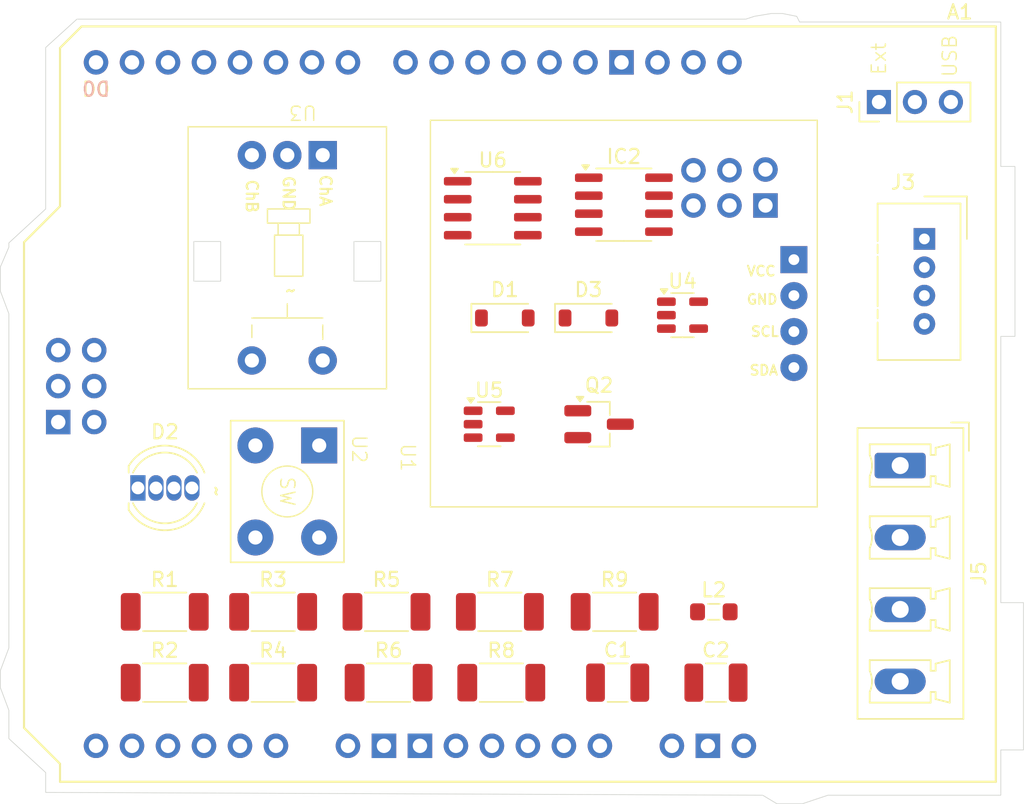
<source format=kicad_pcb>
(kicad_pcb (version 20241229) (generator "pcbnew") (generator_version "9.0")
  (layers (0 "F.Cu" signal) (2 "B.Cu" signal) (13 "F.Paste" user) (15 "B.Paste" user) (5 "F.SilkS" user "F.Silkscreen") (7 "B.SilkS" user "B.Silkscreen") (1 "F.Mask" user) (3 "B.Mask" user) (25 "Edge.Cuts" user))
  (net 0 "")
  (net 1 "A2")
  (net 2 "Net-(U3-Channel_A)")
  (net 4 "GND")
  (net 13 "Net-(J3-Pin_1)")
  (net 15 "Net-(A1-PadD4)")
  (net 16 "Net-(A1-PadD11)")
  (net 17 "Net-(A1-PadD9)")
  (net 22 "Net-(U1-SDA)")
  (net 24 "Net-(A1-PadD10)")
  (net 25 "Net-(J3-Pin_2)")
  (net 30 "Net-(A1-PadD7)")
  (net 33 "Net-(U3-Channel_B)")
  (net 37 "Net-(U1-SCL)")
  (net 44 "A1")
  (net 46 "A0")
  (net 47 "VCC")
  (net 48 "Pin_D13")
  (net 49 "Net-(IC2-OUT_A)")
  (net 50 "Net-(IC2--IN_A)")
  (net 51 "Net-(D3-A)")
  (net 55 "Vboost")
  (net 57 "Net-(U5-FB)")
  (net 58 "/Load+")
  (net 59 "/CustomVoltage")
  (net 60 "/Load-")
  (net 61 "Net-(U6-Output)")
  (net 62 "Net-(D2-RK)")
  (net 63 "Net-(D2-GK)")
  (net 64 "Net-(D2-BK)")
  (net 65 "Net-(U4--)")
  (footprint "Connector_Phoenix_MC_HighVoltage:PhoenixContact_MCV_1,5_4-G-5.08_1x04_P5.08mm_Vertical" (layer "F.Cu") (at 226.5 91.92 -90)
    (property "Reference" "J5" (at 7.62 -5.55 90) (layer "F.SilkS"))
    (property "Value" "Conn_01x04_Socket")
    (fp_line (start -2.65 3.01) (end 17.89 3.01) (stroke (width 0.12)) (layer "F.SilkS"))
    (fp_line (start 17.89 3.01) (end 17.89 -4.46) (stroke (width 0.12)) (layer "F.SilkS"))
    (fp_line (start -1.5 2.15) (end -1.5 -2.15) (stroke (width 0.12)) (layer "F.SilkS"))
    (fp_line (start -0.75 2.15) (end -1.5 2.15) (stroke (width 0.12)) (layer "F.SilkS"))
    (fp_line (start 1.5 2.15) (end 0.75 2.15) (stroke (width 0.12)) (layer "F.SilkS"))
    (fp_line (start 3.58 2.15) (end 3.58 -2.15) (stroke (width 0.12)) (layer "F.SilkS"))
    (fp_line (start 4.33 2.15) (end 3.58 2.15) (stroke (width 0.12)) (layer "F.SilkS"))
    (fp_line (start 6.58 2.15) (end 5.83 2.15) (stroke (width 0.12)) (layer "F.SilkS"))
    (fp_line (start 8.66 2.15) (end 8.66 -2.15) (stroke (width 0.12)) (layer "F.SilkS"))
    (fp_line (start 9.41 2.15) (end 8.66 2.15) (stroke (width 0.12)) (layer "F.SilkS"))
    (fp_line (start 11.66 2.15) (end 10.91 2.15) (stroke (width 0.12)) (layer "F.SilkS"))
    (fp_line (start 13.74 2.15) (end 13.74 -2.15) (stroke (width 0.12)) (layer "F.SilkS"))
    (fp_line (start 14.49 2.15) (end 13.74 2.15) (stroke (width 0.12)) (layer "F.SilkS"))
    (fp_line (start 16.74 2.15) (end 15.99 2.15) (stroke (width 0.12)) (layer "F.SilkS"))
    (fp_line (start -1.5 -2.15) (end -0.75 -2.15) (stroke (width 0.12)) (layer "F.SilkS"))
    (fp_line (start -0.75 -2.15) (end -0.75 -2.5) (stroke (width 0.12)) (layer "F.SilkS"))
    (fp_line (start 0.75 -2.15) (end 1.5 -2.15) (stroke (width 0.12)) (layer "F.SilkS"))
    (fp_line (start 1.5 -2.15) (end 1.5 2.15) (stroke (width 0.12)) (layer "F.SilkS"))
    (fp_line (start 3.58 -2.15) (end 4.33 -2.15) (stroke (width 0.12)) (layer "F.SilkS"))
    (fp_line (start 4.33 -2.15) (end 4.33 -2.5) (stroke (width 0.12)) (layer "F.SilkS"))
    (fp_line (start 5.83 -2.15) (end 6.58 -2.15) (stroke (width 0.12)) (layer "F.SilkS"))
    (fp_line (start 6.58 -2.15) (end 6.58 2.15) (stroke (width 0.12)) (layer "F.SilkS"))
    (fp_line (start 8.66 -2.15) (end 9.41 -2.15) (stroke (width 0.12)) (layer "F.SilkS"))
    (fp_line (start 9.41 -2.15) (end 9.41 -2.5) (stroke (width 0.12)) (layer "F.SilkS"))
    (fp_line (start 10.91 -2.15) (end 11.66 -2.15) (stroke (width 0.12)) (layer "F.SilkS"))
    (fp_line (start 11.66 -2.15) (end 11.66 2.15) (stroke (width 0.12)) (layer "F.SilkS"))
    (fp_line (start 13.74 -2.15) (end 14.49 -2.15) (stroke (width 0.12)) (layer "F.SilkS"))
    (fp_line (start 14.49 -2.15) (end 14.49 -2.5) (stroke (width 0.12)) (layer "F.SilkS"))
    (fp_line (start 15.99 -2.15) (end 16.74 -2.15) (stroke (width 0.12)) (layer "F.SilkS"))
    (fp_line (start 16.74 -2.15) (end 16.74 2.15) (stroke (width 0.12)) (layer "F.SilkS"))
    (fp_line (start -1.25 -2.5) (end -1.5 -3.5) (stroke (width 0.12)) (layer "F.SilkS"))
    (fp_line (start -0.75 -2.5) (end -1.25 -2.5) (stroke (width 0.12)) (layer "F.SilkS"))
    (fp_line (start 0.75 -2.5) (end 0.75 -2.15) (stroke (width 0.12)) (layer "F.SilkS"))
    (fp_line (start 1.25 -2.5) (end 0.75 -2.5) (stroke (width 0.12)) (layer "F.SilkS"))
    (fp_line (start 3.83 -2.5) (end 3.58 -3.5) (stroke (width 0.12)) (layer "F.SilkS"))
    (fp_line (start 4.33 -2.5) (end 3.83 -2.5) (stroke (width 0.12)) (layer "F.SilkS"))
    (fp_line (start 5.83 -2.5) (end 5.83 -2.15) (stroke (width 0.12)) (layer "F.SilkS"))
    (fp_line (start 6.33 -2.5) (end 5.83 -2.5) (stroke (width 0.12)) (layer "F.SilkS"))
    (fp_line (start 8.91 -2.5) (end 8.66 -3.5) (stroke (width 0.12)) (layer "F.SilkS"))
    (fp_line (start 9.41 -2.5) (end 8.91 -2.5) (stroke (width 0.12)) (layer "F.SilkS"))
    (fp_line (start 10.91 -2.5) (end 10.91 -2.15) (stroke (width 0.12)) (layer "F.SilkS"))
    (fp_line (start 11.41 -2.5) (end 10.91 -2.5) (stroke (width 0.12)) (layer "F.SilkS"))
    (fp_line (start 13.99 -2.5) (end 13.74 -3.5) (stroke (width 0.12)) (layer "F.SilkS"))
    (fp_line (start 14.49 -2.5) (end 13.99 -2.5) (stroke (width 0.12)) (layer "F.SilkS"))
    (fp_line (start 15.99 -2.5) (end 15.99 -2.15) (stroke (width 0.12)) (layer "F.SilkS"))
    (fp_line (start 16.49 -2.5) (end 15.99 -2.5) (stroke (width 0.12)) (layer "F.SilkS"))
    (fp_line (start -1.5 -3.5) (end 1.5 -3.5) (stroke (width 0.12)) (layer "F.SilkS"))
    (fp_line (start 1.5 -3.5) (end 1.25 -2.5) (stroke (width 0.12)) (layer "F.SilkS"))
    (fp_line (start 3.58 -3.5) (end 6.58 -3.5) (stroke (width 0.12)) (layer "F.SilkS"))
    (fp_line (start 6.58 -3.5) (end 6.33 -2.5) (stroke (width 0.12)) (layer "F.SilkS"))
    (fp_line (start 8.66 -3.5) (end 11.66 -3.5) (stroke (width 0.12)) (layer "F.SilkS"))
    (fp_line (start 11.66 -3.5) (end 11.41 -2.5) (stroke (width 0.12)) (layer "F.SilkS"))
    (fp_line (start 13.74 -3.5) (end 16.74 -3.5) (stroke (width 0.12)) (layer "F.SilkS"))
    (fp_line (start 16.74 -3.5) (end 16.49 -2.5) (stroke (width 0.12)) (layer "F.SilkS"))
    (fp_line (start -3.04 -3.6) (end -3.04 -4.85) (stroke (width 0.12)) (layer "F.SilkS"))
    (fp_line (start -2.65 -4.46) (end -2.65 3.01) (stroke (width 0.12)) (layer "F.SilkS"))
    (fp_line (start 17.89 -4.46) (end -2.65 -4.46) (stroke (width 0.12)) (layer "F.SilkS"))
    (fp_line (start -3.04 -4.85) (end -1.04 -4.85) (stroke (width 0.12)) (layer "F.SilkS"))
    (fp_arc (start -0.75 2.15) (mid -0.000193 1.99191) (end 0.749647 2.149844) (stroke (width 0.12)) (layer "F.SilkS"))
    (fp_arc (start 4.33 2.15) (mid 5.079807 1.99191) (end 5.829647 2.149844) (stroke (width 0.12)) (layer "F.SilkS"))
    (fp_arc (start 9.41 2.15) (mid 10.159807 1.99191) (end 10.909647 2.149844) (stroke (width 0.12)) (layer "F.SilkS"))
    (fp_arc (start 14.49 2.15) (mid 15.239807 1.99191) (end 15.989647 2.149844) (stroke (width 0.12)) (layer "F.SilkS"))
    (pad "1" thru_hole roundrect (at 0 0 270) (size 1.8 3.6) (drill 1.2) (layers "*.Cu" "*.Mask") (roundrect_rratio 0.138889) (net 59 "/CustomVoltage"))
    (pad "2" thru_hole oval (at 5.08 0 270) (size 1.8 3.6) (drill 1.2) (layers "*.Cu" "*.Mask") (net 4 "GND"))
    (pad "3" thru_hole oval (at 10.16 0 270) (size 1.8 3.6) (drill 1.2) (layers "*.Cu" "*.Mask") (net 58 "/Load+"))
    (pad "4" thru_hole oval (at 15.24 0 270) (size 1.8 3.6) (drill 1.2) (layers "*.Cu" "*.Mask") (net 60 "/Load-"))
  )
  (footprint "Resistor_SMD:R_2010_5025Metric_Pad1.40x2.65mm_HandSolder" (layer "F.Cu") (at 198.35 107.25)
    (property "Reference" "R8" (at 0 -2.28 0) (layer "F.SilkS"))
    (property "Value" "90")
    (fp_line (start -1.527064 -1.36) (end 1.527064 -1.36) (stroke (width 0.12)) (layer "F.SilkS"))
    (fp_line (start -1.527064 1.36) (end 1.527064 1.36) (stroke (width 0.12)) (layer "F.SilkS"))
    (pad "1" smd roundrect (at -2.4 0) (size 1.4 2.65) (layers "F.Cu" "F.Mask" "F.Paste") (roundrect_rratio 0.178571) (net 24 "Net-(A1-PadD10)"))
    (pad "2" smd roundrect (at 2.4 0) (size 1.4 2.65) (layers "F.Cu" "F.Mask" "F.Paste") (roundrect_rratio 0.178571) (net 63 "Net-(D2-GK)"))
  )
  (footprint "Custom_footprints:MDOB128064V2V-WI" (layer "F.Cu") (at 207 81.19 -90)
    (property "Reference" "U1" (at 10.16 15.24 270) (layer "F.SilkS") (effects (font (thickness 0.1))))
    (property "Value" "MDOB")
    (fp_line (start -13.65 13.65) (end -13.65 -13.65) (stroke (width 0.1)) (layer "F.SilkS"))
    (fp_line (start 13.65 13.65) (end -13.65 13.65) (stroke (width 0.1)) (layer "F.SilkS"))
    (fp_line (start -13.65 -13.65) (end 13.65 -13.65) (stroke (width 0.1)) (layer "F.SilkS"))
    (fp_line (start 13.65 -13.65) (end 13.65 13.65) (stroke (width 0.1)) (layer "F.SilkS"))
    (fp_text user "SCL" (at 1.27 -8.89 0) (layer "F.SilkS") (effects (font (size 0.7 0.7) (thickness 0.14) (bold yes)) (justify left)))
    (fp_text user "VCC" (at -3 -8.6 0) (layer "F.SilkS") (effects (font (size 0.7 0.7) (thickness 0.14) (bold yes)) (justify left)))
    (fp_text user "SDA" (at 4 -8.8 0) (layer "F.SilkS") (effects (font (size 0.7 0.7) (thickness 0.14) (bold yes)) (justify left)))
    (fp_text user "GND" (at -1 -8.6 0) (layer "F.SilkS") (effects (font (size 0.7 0.7) (thickness 0.14) (bold yes)) (justify left)))
    (pad "1" thru_hole rect (at -3.81 -12 270) (size 1.905 1.905) (drill 0.762) (layers "*.Cu" "*.Mask") (net 47 "VCC"))
    (pad "2" thru_hole circle (at -1.27 -12 270) (size 1.905 1.905) (drill 0.762) (layers "*.Cu" "*.Mask") (net 4 "GND"))
    (pad "3" thru_hole circle (at 1.27 -12 270) (size 1.905 1.905) (drill 0.762) (layers "*.Cu" "*.Mask") (net 37 "Net-(U1-SCL)"))
    (pad "4" thru_hole circle (at 3.81 -12 270) (size 1.905 1.905) (drill 0.762) (layers "*.Cu" "*.Mask") (net 22 "Net-(U1-SDA)"))
  )
  (footprint "Resistor_SMD:R_2010_5025Metric_Pad1.40x2.65mm_HandSolder" (layer "F.Cu") (at 174.6 102.25)
    (property "Reference" "R1" (at 0 -2.28 0) (layer "F.SilkS"))
    (property "Value" "11k")
    (fp_line (start -1.527064 -1.36) (end 1.527064 -1.36) (stroke (width 0.12)) (layer "F.SilkS"))
    (fp_line (start -1.527064 1.36) (end 1.527064 1.36) (stroke (width 0.12)) (layer "F.SilkS"))
    (pad "1" smd roundrect (at -2.4 0) (size 1.4 2.65) (layers "F.Cu" "F.Mask" "F.Paste") (roundrect_rratio 0.178571) (net 61 "Net-(U6-Output)"))
    (pad "2" smd roundrect (at 2.4 0) (size 1.4 2.65) (layers "F.Cu" "F.Mask" "F.Paste") (roundrect_rratio 0.178571) (net 1 "A2"))
  )
  (footprint "Package_TO_SOT_SMD:SOT-23_Handsoldering" (layer "F.Cu") (at 205.25 89)
    (property "Reference" "Q2" (at 0 -2.75 0) (layer "F.SilkS"))
    (property "Value" "BS170")
    (fp_line (start -0.04 -1.58) (end -0.84 -1.58) (stroke (width 0.12)) (layer "F.SilkS"))
    (fp_line (start -0.04 -1.58) (end 0.76 -1.58) (stroke (width 0.12)) (layer "F.SilkS"))
    (fp_line (start 0.76 -1.58) (end 0.76 -0.65) (stroke (width 0.12)) (layer "F.SilkS"))
    (fp_line (start 0.76 1.58) (end -0.7 1.58) (stroke (width 0.12)) (layer "F.SilkS"))
    (fp_line (start 0.76 1.58) (end 0.76 0.65) (stroke (width 0.12)) (layer "F.SilkS"))
    (fp_poly (pts (xy -1.34 -1.61) (xy -1.58 -1.94) (xy -1.1 -1.94) (xy -1.34 -1.61)) (stroke (width 0.12)) (fill yes) (layer "F.SilkS"))
    (pad "1" smd roundrect (at -1.5 -0.95) (size 1.9 0.8) (layers "F.Cu" "F.Mask" "F.Paste") (net 60 "/Load-"))
    (pad "2" smd roundrect (at -1.5 0.95) (size 1.9 0.8) (layers "F.Cu" "F.Mask" "F.Paste") (net 49 "Net-(IC2-OUT_A)"))
    (pad "3" smd roundrect (at 1.5 0) (size 1.9 0.8) (layers "F.Cu" "F.Mask" "F.Paste") (net 44 "A1"))
  )
  (footprint "Package_SO:SOIC-8_3.9x4.9mm_P1.27mm" (layer "F.Cu") (at 207 73.5)
    (property "Reference" "IC2" (at 0 -3.4 0) (layer "F.SilkS"))
    (property "Value" "AD8531ARZ-REEL")
    (fp_line (start 0 -2.56) (end -1.95 -2.56) (stroke (width 0.12)) (layer "F.SilkS"))
    (fp_line (start 0 -2.56) (end 1.95 -2.56) (stroke (width 0.12)) (layer "F.SilkS"))
    (fp_line (start 0 2.56) (end -1.95 2.56) (stroke (width 0.12)) (layer "F.SilkS"))
    (fp_line (start 0 2.56) (end 1.95 2.56) (stroke (width 0.12)) (layer "F.SilkS"))
    (fp_poly (pts (xy -2.7 -2.465) (xy -2.94 -2.795) (xy -2.46 -2.795)) (stroke (width 0.12)) (fill yes) (layer "F.SilkS"))
    (pad "1" smd roundrect (at -2.475 -1.905) (size 1.95 0.6) (layers "F.Cu" "F.Mask" "F.Paste"))
    (pad "2" smd roundrect (at -2.475 -0.635) (size 1.95 0.6) (layers "F.Cu" "F.Mask" "F.Paste") (net 50 "Net-(IC2--IN_A)"))
    (pad "3" smd roundrect (at -2.475 0.635) (size 1.95 0.6) (layers "F.Cu" "F.Mask" "F.Paste") (net 46 "A0"))
    (pad "4" smd roundrect (at -2.475 1.905) (size 1.95 0.6) (layers "F.Cu" "F.Mask" "F.Paste") (net 4 "GND"))
    (pad "5" smd roundrect (at 2.475 1.905) (size 1.95 0.6) (layers "F.Cu" "F.Mask" "F.Paste"))
    (pad "6" smd roundrect (at 2.475 0.635) (size 1.95 0.6) (layers "F.Cu" "F.Mask" "F.Paste") (net 49 "Net-(IC2-OUT_A)"))
    (pad "7" smd roundrect (at 2.475 -0.635) (size 1.95 0.6) (layers "F.Cu" "F.Mask" "F.Paste") (net 47 "VCC"))
    (pad "8" smd roundrect (at 2.475 -1.905) (size 1.95 0.6) (layers "F.Cu" "F.Mask" "F.Paste"))
  )
  (footprint "Package_SO:SOIC-8_3.9x4.9mm_P1.27mm" (layer "F.Cu") (at 197.75 73.75)
    (property "Reference" "U6" (at 0 -3.4 0) (layer "F.SilkS"))
    (property "Value" "INA132")
    (fp_line (start 0 -2.56) (end -1.95 -2.56) (stroke (width 0.12)) (layer "F.SilkS"))
    (fp_line (start 0 -2.56) (end 1.95 -2.56) (stroke (width 0.12)) (layer "F.SilkS"))
    (fp_line (start 0 2.56) (end -1.95 2.56) (stroke (width 0.12)) (layer "F.SilkS"))
    (fp_line (start 0 2.56) (end 1.95 2.56) (stroke (width 0.12)) (layer "F.SilkS"))
    (fp_poly (pts (xy -2.7 -2.465) (xy -2.94 -2.795) (xy -2.46 -2.795)) (stroke (width 0.12)) (fill yes) (layer "F.SilkS"))
    (pad "1" smd roundrect (at -2.475 -1.905) (size 1.95 0.6) (layers "F.Cu" "F.Mask" "F.Paste") (net 4 "GND"))
    (pad "2" smd roundrect (at -2.475 -0.635) (size 1.95 0.6) (layers "F.Cu" "F.Mask" "F.Paste") (net 65 "Net-(U4--)"))
    (pad "3" smd roundrect (at -2.475 0.635) (size 1.95 0.6) (layers "F.Cu" "F.Mask" "F.Paste") (net 58 "/Load+"))
    (pad "4" smd roundrect (at -2.475 1.905) (size 1.95 0.6) (layers "F.Cu" "F.Mask" "F.Paste") (net 4 "GND"))
    (pad "5" smd roundrect (at 2.475 1.905) (size 1.95 0.6) (layers "F.Cu" "F.Mask" "F.Paste") (net 61 "Net-(U6-Output)"))
    (pad "6" smd roundrect (at 2.475 0.635) (size 1.95 0.6) (layers "F.Cu" "F.Mask" "F.Paste") (net 61 "Net-(U6-Output)"))
    (pad "7" smd roundrect (at 2.475 -0.635) (size 1.95 0.6) (layers "F.Cu" "F.Mask" "F.Paste") (net 55 "Vboost"))
    (pad "8" smd roundrect (at 2.475 -1.905) (size 1.95 0.6) (layers "F.Cu" "F.Mask" "F.Paste"))
  )
  (footprint "Custom_footprints:MC32831" (layer "F.Cu") (at 183.25 93.75 -90)
    (property "Reference" "U2" (at -3 -5.08 270) (layer "F.SilkS") (effects (font (thickness 0.1))))
    (property "Value" "~" (at 0 5 270) (layer "F.SilkS"))
    (fp_line (start -5 4) (end -5 -4) (stroke (width 0.1)) (layer "F.SilkS"))
    (fp_line (start 5 4) (end -5 4) (stroke (width 0.1)) (layer "F.SilkS"))
    (fp_line (start -5 -4) (end 5 -4) (stroke (width 0.1)) (layer "F.SilkS"))
    (fp_line (start 5 -4) (end 5 4) (stroke (width 0.1)) (layer "F.SilkS"))
    (fp_rect (start -5 -4) (end 5 4) (stroke (width 0.1)) (fill no) (layer "F.SilkS"))
    (fp_circle (center 0 0) (end 1.27 -1.27) (stroke (width 0.1)) (fill no) (layer "F.SilkS"))
    (fp_text user "SW" (at 0 0 270) (layer "F.SilkS") (effects (font (thickness 0.1))))
    (pad "1" thru_hole rect (at -3.25 -2.25 270) (size 2.54 2.54) (drill 1) (layers "*.Cu" "*.Mask") (net 30 "Net-(A1-PadD7)"))
    (pad "2" thru_hole circle (at -3.25 2.25 270) (size 2.54 2.54) (drill 1) (layers "*.Cu" "*.Mask"))
    (pad "3" thru_hole circle (at 3.25 -2.25 270) (size 2.54 2.54) (drill 1) (layers "*.Cu" "*.Mask"))
    (pad "4" thru_hole circle (at 3.25 2.25 270) (size 2.54 2.54) (drill 1) (layers "*.Cu" "*.Mask") (net 4 "GND"))
  )
  (footprint "Resistor_SMD:R_2010_5025Metric_Pad1.40x2.65mm_HandSolder" (layer "F.Cu") (at 174.6 107.25)
    (property "Reference" "R2" (at 0 -2.28 0) (layer "F.SilkS"))
    (property "Value" "1k")
    (fp_line (start -1.527064 -1.36) (end 1.527064 -1.36) (stroke (width 0.12)) (layer "F.SilkS"))
    (fp_line (start -1.527064 1.36) (end 1.527064 1.36) (stroke (width 0.12)) (layer "F.SilkS"))
    (pad "1" smd roundrect (at -2.4 0) (size 1.4 2.65) (layers "F.Cu" "F.Mask" "F.Paste") (roundrect_rratio 0.178571) (net 1 "A2"))
    (pad "2" smd roundrect (at 2.4 0) (size 1.4 2.65) (layers "F.Cu" "F.Mask" "F.Paste") (roundrect_rratio 0.178571) (net 4 "GND"))
  )
  (footprint "Resistor_SMD:R_2010_5025Metric_Pad1.40x2.65mm_HandSolder" (layer "F.Cu") (at 182.25 107.25)
    (property "Reference" "R4" (at 0 -2.28 0) (layer "F.SilkS"))
    (property "Value" "56R")
    (fp_line (start -1.527064 -1.36) (end 1.527064 -1.36) (stroke (width 0.12)) (layer "F.SilkS"))
    (fp_line (start -1.527064 1.36) (end 1.527064 1.36) (stroke (width 0.12)) (layer "F.SilkS"))
    (pad "1" smd roundrect (at -2.4 0) (size 1.4 2.65) (layers "F.Cu" "F.Mask" "F.Paste") (roundrect_rratio 0.178571) (net 44 "A1"))
    (pad "2" smd roundrect (at 2.4 0) (size 1.4 2.65) (layers "F.Cu" "F.Mask" "F.Paste") (roundrect_rratio 0.178571) (net 4 "GND"))
  )
  (footprint "Custom_footprints:PEC11R-4215K-S0012" (layer "F.Cu") (at 183.25 77.5 180)
    (property "Reference" "U3" (at -1.1 10.5 180) (layer "F.SilkS") (effects (font (thickness 0.1))))
    (property "Value" "~" (at -0.2 -2.1 180) (layer "F.SilkS"))
    (fp_line (start 7 9.5) (end -7 9.5) (stroke (width 0.1)) (layer "F.SilkS"))
    (fp_line (start 7 -9) (end 7 9.5) (stroke (width 0.1)) (layer "F.SilkS"))
    (fp_line (start 2.5 -5) (end 2.5 -4.5) (stroke (width 0.1)) (layer "F.SilkS"))
    (fp_line (start 2.5 -5.375) (end 2.5 -5) (stroke (width 0.1)) (layer "F.SilkS"))
    (fp_line (start 0 -4) (end 0 -3) (stroke (width 0.1)) (layer "F.SilkS"))
    (fp_line (start -2.5 -4) (end 2.5 -4) (stroke (width 0.1)) (layer "F.SilkS"))
    (fp_line (start -2.5 -5) (end -2.5 -4.5) (stroke (width 0.1)) (layer "F.SilkS"))
    (fp_line (start -2.5 -5) (end -2.5 -5.5) (stroke (width 0.1)) (layer "F.SilkS"))
    (fp_line (start -2.5 -5.5) (end -2.5 -5.25) (stroke (width 0.1)) (layer "F.SilkS"))
    (fp_line (start -7 9.5) (end -7 -9) (stroke (width 0.1)) (layer "F.SilkS"))
    (fp_line (start -7 -9) (end 7 -9) (stroke (width 0.1)) (layer "F.SilkS"))
    (fp_rect (start -0.85 1.85) (end 0.65 2.7) (stroke (width 0.1)) (fill no) (layer "F.SilkS"))
    (fp_rect (start -1.1 -1.05) (end 0.9 1.85) (stroke (width 0.1)) (fill no) (layer "F.SilkS"))
    (fp_rect (start -1.6 2.7) (end 1.4 3.7) (stroke (width 0.1)) (fill no) (layer "F.SilkS"))
    (fp_rect (start 4.7 -1.4) (end 6.6 1.4) (stroke (width 0.05)) (fill no) (layer "Edge.Cuts"))
    (fp_rect (start -6.6 -1.4) (end -4.7 1.4) (stroke (width 0.05)) (fill no) (layer "Edge.Cuts"))
    (fp_text user "ChA" (at -2.7 5 270) (layer "F.SilkS") (effects (font (size 0.8 0.8))))
    (fp_text user "ChB" (at 2.5 4.6 270) (layer "F.SilkS") (effects (font (size 0.8 0.8))))
    (fp_text user "GND" (at -0.1 4.8 270) (layer "F.SilkS") (effects (font (size 0.8 0.8))))
    (pad "1" thru_hole rect (at -2.5 7.5 180) (size 2 2) (drill 1) (layers "*.Cu" "*.Mask") (net 2 "Net-(U3-Channel_A)"))
    (pad "2" thru_hole circle (at 0 7.5 180) (size 2 2) (drill 1) (layers "*.Cu" "*.Mask") (net 4 "GND"))
    (pad "3" thru_hole circle (at 2.5 7.5 180) (size 2 2) (drill 1) (layers "*.Cu" "*.Mask") (net 33 "Net-(U3-Channel_B)"))
    (pad "4" thru_hole circle (at -2.5 -7 180) (size 2 2) (drill 1) (layers "*.Cu" "*.Mask") (net 4 "GND"))
    (pad "5" thru_hole circle (at 2.5 -7 180) (size 2 2) (drill 1) (layers "*.Cu" "*.Mask") (net 15 "Net-(A1-PadD4)"))
  )
  (footprint "Resistor_SMD:R_2010_5025Metric_Pad1.40x2.65mm_HandSolder" (layer "F.Cu") (at 182.25 102.25)
    (property "Reference" "R3" (at 0 -2.28 0) (layer "F.SilkS"))
    (property "Value" "1k")
    (fp_line (start -1.527064 -1.36) (end 1.527064 -1.36) (stroke (width 0.12)) (layer "F.SilkS"))
    (fp_line (start -1.527064 1.36) (end 1.527064 1.36) (stroke (width 0.12)) (layer "F.SilkS"))
    (pad "1" smd roundrect (at -2.4 0) (size 1.4 2.65) (layers "F.Cu" "F.Mask" "F.Paste") (roundrect_rratio 0.178571) (net 50 "Net-(IC2--IN_A)"))
    (pad "2" smd roundrect (at 2.4 0) (size 1.4 2.65) (layers "F.Cu" "F.Mask" "F.Paste") (roundrect_rratio 0.178571) (net 44 "A1"))
  )
  (footprint "Resistor_SMD:R_2010_5025Metric_Pad1.40x2.65mm_HandSolder" (layer "F.Cu") (at 190.4 107.25)
    (property "Reference" "R6" (at 0 -2.28 0) (layer "F.SilkS"))
    (property "Value" "5.1kR")
    (fp_line (start -1.527064 -1.36) (end 1.527064 -1.36) (stroke (width 0.12)) (layer "F.SilkS"))
    (fp_line (start -1.527064 1.36) (end 1.527064 1.36) (stroke (width 0.12)) (layer "F.SilkS"))
    (pad "1" smd roundrect (at -2.4 0) (size 1.4 2.65) (layers "F.Cu" "F.Mask" "F.Paste") (roundrect_rratio 0.178571) (net 57 "Net-(U5-FB)"))
    (pad "2" smd roundrect (at 2.4 0) (size 1.4 2.65) (layers "F.Cu" "F.Mask" "F.Paste") (roundrect_rratio 0.178571) (net 4 "GND"))
  )
  (footprint "Package_TO_SOT_SMD:TSOT-23-5" (layer "F.Cu") (at 211.1375 81.3)
    (property "Reference" "U4" (at 0 -2.4 0) (layer "F.SilkS"))
    (property "Value" "AD8603")
    (fp_line (start 0 -1.56) (end -0.8 -1.56) (stroke (width 0.12)) (layer "F.SilkS"))
    (fp_line (start 0 -1.56) (end 0.8 -1.56) (stroke (width 0.12)) (layer "F.SilkS"))
    (fp_line (start 0 1.56) (end -0.8 1.56) (stroke (width 0.12)) (layer "F.SilkS"))
    (fp_line (start 0 1.56) (end 0.8 1.56) (stroke (width 0.12)) (layer "F.SilkS"))
    (fp_poly (pts (xy -1.3 -1.51) (xy -1.54 -1.84) (xy -1.06 -1.84)) (stroke (width 0.12)) (fill yes) (layer "F.SilkS"))
    (pad "1" smd roundrect (at -1.1375 -0.95) (size 1.325 0.6) (layers "F.Cu" "F.Mask" "F.Paste") (net 65 "Net-(U4--)"))
    (pad "2" smd roundrect (at -1.1375 0) (size 1.325 0.6) (layers "F.Cu" "F.Mask" "F.Paste") (net 4 "GND"))
    (pad "3" smd roundrect (at -1.1375 0.95) (size 1.325 0.6) (layers "F.Cu" "F.Mask" "F.Paste") (net 60 "/Load-"))
    (pad "4" smd roundrect (at 1.1375 0.95) (size 1.325 0.6) (layers "F.Cu" "F.Mask" "F.Paste") (net 65 "Net-(U4--)"))
    (pad "5" smd roundrect (at 1.1375 -0.95) (size 1.325 0.6) (layers "F.Cu" "F.Mask" "F.Paste") (net 55 "Vboost"))
  )
  (footprint "Connector:NS-Tech_Grove_1x04_P2mm_Vertical" (layer "F.Cu") (at 228.2075 75.9175)
    (property "Reference" "J3" (at -1.5 -4 0) (layer "F.SilkS"))
    (property "Value" "Conn_01x04_Socket")
    (fp_line (start -3.3 -2.5) (end -3.3 0.15) (stroke (width 0.12)) (layer "F.SilkS"))
    (fp_line (start -3.3 -2.5) (end 2.55 -2.5) (stroke (width 0.12)) (layer "F.SilkS"))
    (fp_line (start -3.3 0.4) (end -3.3 1) (stroke (width 0.12)) (layer "F.SilkS"))
    (fp_line (start -3.3 1.25) (end -3.3 4.75) (stroke (width 0.12)) (layer "F.SilkS"))
    (fp_line (start -3.3 5) (end -3.3 5.6) (stroke (width 0.12)) (layer "F.SilkS"))
    (fp_line (start -3.3 5.9) (end -3.3 8.55) (stroke (width 0.12)) (layer "F.SilkS"))
    (fp_line (start -3.3 8.55) (end 2.55 8.55) (stroke (width 0.12)) (layer "F.SilkS"))
    (fp_line (start 0 -3) (end 3 -3) (stroke (width 0.12)) (layer "F.SilkS"))
    (fp_line (start 2.55 -2.5) (end 2.55 8.55) (stroke (width 0.12)) (layer "F.SilkS"))
    (fp_line (start 3 -3) (end 3 0) (stroke (width 0.12)) (layer "F.SilkS"))
    (pad "1" thru_hole rect (at 0 0) (size 1.524 1.524) (drill 0.762) (layers "*.Cu" "*.Mask") (net 13 "Net-(J3-Pin_1)"))
    (pad "2" thru_hole circle (at 0 2) (size 1.524 1.524) (drill 0.762) (layers "*.Cu" "*.Mask") (net 25 "Net-(J3-Pin_2)"))
    (pad "3" thru_hole circle (at 0 4) (size 1.524 1.524) (drill 0.762) (layers "*.Cu" "*.Mask") (net 4 "GND"))
    (pad "4" thru_hole circle (at 0 6) (size 1.524 1.524) (drill 0.762) (layers "*.Cu" "*.Mask") (net 47 "VCC"))
  )
  (footprint "Connector_PinHeader_2.54mm:PinHeader_1x03_P2.54mm_Vertical" (layer "F.Cu") (at 225 66.25 90)
    (property "Reference" "J1" (at 0 -2.38 90) (layer "F.SilkS"))
    (property "Value" "Choose Input Power" (hide yes))
    (fp_line (start -1.38 -1.38) (end 0 -1.38) (stroke (width 0.12)) (layer "F.SilkS"))
    (fp_line (start -1.38 0) (end -1.38 -1.38) (stroke (width 0.12)) (layer "F.SilkS"))
    (fp_line (start 1.38 1.27) (end 1.38 6.46) (stroke (width 0.12)) (layer "F.SilkS"))
    (fp_line (start -1.38 1.27) (end 1.38 1.27) (stroke (width 0.12)) (layer "F.SilkS"))
    (fp_line (start -1.38 1.27) (end -1.38 6.46) (stroke (width 0.12)) (layer "F.SilkS"))
    (fp_line (start -1.38 6.46) (end 1.38 6.46) (stroke (width 0.12)) (layer "F.SilkS"))
    (pad "1" thru_hole rect (at 0 0 90) (size 1.7 1.7) (drill 1) (layers "*.Cu" "*.Mask") (net 59 "/CustomVoltage"))
    (pad "2" thru_hole circle (at 0 2.54 90) (size 1.7 1.7) (drill 1) (layers "*.Cu" "*.Mask") (net 58 "/Load+"))
    (pad "3" thru_hole circle (at 0 5.08 90) (size 1.7 1.7) (drill 1) (layers "*.Cu" "*.Mask") (net 55 "Vboost"))
  )
  (footprint "Diode_SMD:D_SOD-123" (layer "F.Cu") (at 198.6 81.5)
    (property "Reference" "D1" (at 0 -2 0) (layer "F.SilkS"))
    (property "Value" "MMSZ5231B-7-F")
    (fp_line (start -2.36 -1) (end -2.36 1) (stroke (width 0.12)) (layer "F.SilkS"))
    (fp_line (start -2.36 -1) (end 1.65 -1) (stroke (width 0.12)) (layer "F.SilkS"))
    (fp_line (start -2.36 1) (end 1.65 1) (stroke (width 0.12)) (layer "F.SilkS"))
    (pad "1" smd roundrect (at -1.65 0) (size 0.9 1.2) (layers "F.Cu" "F.Mask" "F.Paste") (net 1 "A2"))
    (pad "2" smd roundrect (at 1.65 0) (size 0.9 1.2) (layers "F.Cu" "F.Mask" "F.Paste") (net 4 "GND"))
  )
  (footprint "Inductor_SMD:L_0805_2012Metric_Pad1.05x1.20mm_HandSolder" (layer "F.Cu") (at 213.35 102.25)
    (property "Reference" "L2" (at 0 -1.55 0) (layer "F.SilkS"))
    (property "Value" "10uH")
    (fp_line (start -0.410242 -0.56) (end 0.410242 -0.56) (stroke (width 0.12)) (layer "F.SilkS"))
    (fp_line (start -0.410242 0.56) (end 0.410242 0.56) (stroke (width 0.12)) (layer "F.SilkS"))
    (pad "1" smd roundrect (at -1.15 0) (size 1.05 1.2) (layers "F.Cu" "F.Mask" "F.Paste") (roundrect_rratio 0.238095) (net 47 "VCC"))
    (pad "2" smd roundrect (at 1.15 0) (size 1.05 1.2) (layers "F.Cu" "F.Mask" "F.Paste") (roundrect_rratio 0.238095) (net 51 "Net-(D3-A)"))
  )
  (footprint "Resistor_SMD:R_2010_5025Metric_Pad1.40x2.65mm_HandSolder" (layer "F.Cu") (at 190.25 102.25)
    (property "Reference" "R5" (at 0 -2.28 0) (layer "F.SilkS"))
    (property "Value" "92.82kR")
    (fp_line (start -1.527064 -1.36) (end 1.527064 -1.36) (stroke (width 0.12)) (layer "F.SilkS"))
    (fp_line (start -1.527064 1.36) (end 1.527064 1.36) (stroke (width 0.12)) (layer "F.SilkS"))
    (pad "1" smd roundrect (at -2.4 0) (size 1.4 2.65) (layers "F.Cu" "F.Mask" "F.Paste") (roundrect_rratio 0.178571) (net 55 "Vboost"))
    (pad "2" smd roundrect (at 2.4 0) (size 1.4 2.65) (layers "F.Cu" "F.Mask" "F.Paste") (roundrect_rratio 0.178571) (net 57 "Net-(U5-FB)"))
  )
  (footprint "Capacitor_SMD:C_1210_3225Metric_Pad1.33x2.70mm_HandSolder" (layer "F.Cu") (at 213.5 107.25)
    (property "Reference" "C2" (at 0 -2.3 0) (layer "F.SilkS"))
    (property "Value" "100n")
    (fp_line (start -0.711252 -1.36) (end 0.711252 -1.36) (stroke (width 0.12)) (layer "F.SilkS"))
    (fp_line (start -0.711252 1.36) (end 0.711252 1.36) (stroke (width 0.12)) (layer "F.SilkS"))
    (pad "1" smd roundrect (at -1.5625 0) (size 1.325 2.7) (layers "F.Cu" "F.Mask" "F.Paste") (roundrect_rratio 0.188679) (net 50 "Net-(IC2--IN_A)"))
    (pad "2" smd roundrect (at 1.5625 0) (size 1.325 2.7) (layers "F.Cu" "F.Mask" "F.Paste") (roundrect_rratio 0.188679) (net 49 "Net-(IC2-OUT_A)"))
  )
  (footprint "Package_TO_SOT_SMD:SOT-23-5" (layer "F.Cu") (at 197.5 89)
    (property "Reference" "U5" (at 0 -2.4 0) (layer "F.SilkS"))
    (property "Value" "AP3012")
    (fp_line (start 0 -1.56) (end -0.8 -1.56) (stroke (width 0.12)) (layer "F.SilkS"))
    (fp_line (start 0 -1.56) (end 0.8 -1.56) (stroke (width 0.12)) (layer "F.SilkS"))
    (fp_line (start 0 1.56) (end -0.8 1.56) (stroke (width 0.12)) (layer "F.SilkS"))
    (fp_line (start 0 1.56) (end 0.8 1.56) (stroke (width 0.12)) (layer "F.SilkS"))
    (fp_poly (pts (xy -1.3 -1.51) (xy -1.54 -1.84) (xy -1.06 -1.84)) (stroke (width 0.12)) (fill yes) (layer "F.SilkS"))
    (pad "1" smd roundrect (at -1.1375 -0.95) (size 1.325 0.6) (layers "F.Cu" "F.Mask" "F.Paste") (net 51 "Net-(D3-A)"))
    (pad "2" smd roundrect (at -1.1375 0) (size 1.325 0.6) (layers "F.Cu" "F.Mask" "F.Paste") (net 4 "GND"))
    (pad "3" smd roundrect (at -1.1375 0.95) (size 1.325 0.6) (layers "F.Cu" "F.Mask" "F.Paste") (net 57 "Net-(U5-FB)"))
    (pad "4" smd roundrect (at 1.1375 0.95) (size 1.325 0.6) (layers "F.Cu" "F.Mask" "F.Paste") (net 48 "Pin_D13"))
    (pad "5" smd roundrect (at 1.1375 -0.95) (size 1.325 0.6) (layers "F.Cu" "F.Mask" "F.Paste") (net 47 "VCC"))
  )
  (footprint "Resistor_SMD:R_2010_5025Metric_Pad1.40x2.65mm_HandSolder" (layer "F.Cu") (at 198.25 102.25)
    (property "Reference" "R7" (at 0 -2.28 0) (layer "F.SilkS"))
    (property "Value" "150")
    (fp_line (start -1.527064 -1.36) (end 1.527064 -1.36) (stroke (width 0.12)) (layer "F.SilkS"))
    (fp_line (start -1.527064 1.36) (end 1.527064 1.36) (stroke (width 0.12)) (layer "F.SilkS"))
    (pad "1" smd roundrect (at -2.4 0) (size 1.4 2.65) (layers "F.Cu" "F.Mask" "F.Paste") (roundrect_rratio 0.178571) (net 17 "Net-(A1-PadD9)"))
    (pad "2" smd roundrect (at 2.4 0) (size 1.4 2.65) (layers "F.Cu" "F.Mask" "F.Paste") (roundrect_rratio 0.178571) (net 62 "Net-(D2-RK)"))
  )
  (footprint "Capacitor_SMD:C_1210_3225Metric_Pad1.33x2.70mm_HandSolder" (layer "F.Cu") (at 206.5625 107.25)
    (property "Reference" "C1" (at 0 -2.3 0) (layer "F.SilkS"))
    (property "Value" "1uF")
    (fp_line (start -0.711252 -1.36) (end 0.711252 -1.36) (stroke (width 0.12)) (layer "F.SilkS"))
    (fp_line (start -0.711252 1.36) (end 0.711252 1.36) (stroke (width 0.12)) (layer "F.SilkS"))
    (pad "1" smd roundrect (at -1.5625 0) (size 1.325 2.7) (layers "F.Cu" "F.Mask" "F.Paste") (roundrect_rratio 0.188679) (net 55 "Vboost"))
    (pad "2" smd roundrect (at 1.5625 0) (size 1.325 2.7) (layers "F.Cu" "F.Mask" "F.Paste") (roundrect_rratio 0.188679) (net 4 "GND"))
  )
  (footprint "Diode_SMD:D_SOD-123" (layer "F.Cu") (at 204.5 81.5)
    (property "Reference" "D3" (at 0 -2 0) (layer "F.SilkS"))
    (property "Value" "1N5819")
    (fp_line (start -2.36 -1) (end -2.36 1) (stroke (width 0.12)) (layer "F.SilkS"))
    (fp_line (start -2.36 -1) (end 1.65 -1) (stroke (width 0.12)) (layer "F.SilkS"))
    (fp_line (start -2.36 1) (end 1.65 1) (stroke (width 0.12)) (layer "F.SilkS"))
    (pad "1" smd roundrect (at -1.65 0) (size 0.9 1.2) (layers "F.Cu" "F.Mask" "F.Paste") (net 55 "Vboost"))
    (pad "2" smd roundrect (at 1.65 0) (size 0.9 1.2) (layers "F.Cu" "F.Mask" "F.Paste") (net 51 "Net-(D3-A)"))
  )
  (footprint "Resistor_SMD:R_2010_5025Metric_Pad1.40x2.65mm_HandSolder" (layer "F.Cu") (at 206.35 102.25)
    (property "Reference" "R9" (at 0 -2.28 0) (layer "F.SilkS"))
    (property "Value" "90")
    (fp_line (start -1.527064 -1.36) (end 1.527064 -1.36) (stroke (width 0.12)) (layer "F.SilkS"))
    (fp_line (start -1.527064 1.36) (end 1.527064 1.36) (stroke (width 0.12)) (layer "F.SilkS"))
    (pad "1" smd roundrect (at -2.4 0) (size 1.4 2.65) (layers "F.Cu" "F.Mask" "F.Paste") (roundrect_rratio 0.178571) (net 16 "Net-(A1-PadD11)"))
    (pad "2" smd roundrect (at 2.4 0) (size 1.4 2.65) (layers "F.Cu" "F.Mask" "F.Paste") (roundrect_rratio 0.178571) (net 64 "Net-(D2-BK)"))
  )
  (footprint "LED_THT:LED_D5.0mm-4_RGB" (layer "F.Cu") (at 172.71 93.5)
    (property "Reference" "D2" (at 1.905 -3.96 0) (layer "F.SilkS"))
    (property "Value" "LED_GBAR")
    (fp_line (start -0.655 -1.545) (end -0.655 -1.08) (stroke (width 0.12)) (layer "F.SilkS"))
    (fp_line (start -0.655 1.08) (end -0.655 1.545) (stroke (width 0.12)) (layer "F.SilkS"))
    (fp_arc (start -0.655 -1.54483) (mid 2.163898 -2.97877) (end 4.693136 -1.08) (stroke (width 0.12)) (layer "F.SilkS"))
    (fp_arc (start -0.349684 -1.08) (mid 1.905 -2.5) (end 4.159684 -1.08) (stroke (width 0.12)) (layer "F.SilkS"))
    (fp_arc (start 4.159684 1.08) (mid 1.905 2.5) (end -0.349684 1.08) (stroke (width 0.12)) (layer "F.SilkS"))
    (fp_arc (start 4.693136 1.08) (mid 2.163898 2.97877) (end -0.655 1.54483) (stroke (width 0.12)) (layer "F.SilkS"))
    (pad "1" thru_hole rect (at 0 0) (size 1.07 1.8) (drill 0.9) (layers "*.Cu" "*.Mask") (net 63 "Net-(D2-GK)"))
    (pad "2" thru_hole oval (at 1.27 0) (size 1.07 1.8) (drill 0.9) (layers "*.Cu" "*.Mask") (net 64 "Net-(D2-BK)"))
    (pad "3" thru_hole oval (at 2.54 0) (size 1.07 1.8) (drill 0.9) (layers "*.Cu" "*.Mask") (net 47 "VCC"))
    (pad "4" thru_hole oval (at 3.81 0) (size 1.07 1.8) (drill 0.9) (layers "*.Cu" "*.Mask") (net 62 "Net-(D2-RK)"))
  )
  (footprint "PCM_arduino-library:Arduino_Uno_R4_WiFi_Shield" (layer "B.Cu") (at 233.25 114.25 180)
    (property "Reference" "A1" (at 2.54 54.356 0) (layer "F.SilkS"))
    (property "Value" "Arduino_Uno_R4_WiFi_Shield")
    (fp_line (start 68.58 38.1) (end 66.04 40.64) (stroke (width 0.15)) (layer "F.SilkS"))
    (fp_line (start 68.58 3.81) (end 68.58 38.1) (stroke (width 0.15)) (layer "F.SilkS"))
    (fp_line (start 66.04 40.64) (end 66.04 51.816) (stroke (width 0.15)) (layer "F.SilkS"))
    (fp_line (start 66.04 1.27) (end 68.58 3.81) (stroke (width 0.15)) (layer "F.SilkS"))
    (fp_line (start 66.04 0) (end 66.04 1.27) (stroke (width 0.15)) (layer "F.SilkS"))
    (fp_line (start 64.516 53.34) (end 66.04 51.816) (stroke (width 0.15)) (layer "F.SilkS"))
    (fp_line (start 0 53.34) (end 64.516 53.34) (stroke (width 0.15)) (layer "F.SilkS"))
    (fp_line (start 0 53.34) (end 0 0) (stroke (width 0.15)) (layer "F.SilkS"))
    (fp_line (start 0 0) (end 66.04 0) (stroke (width 0.15)) (layer "F.SilkS"))
    (fp_text user "D0" (at 63.5 48.895 0) (layer "F.SilkS"))
    (fp_text user "D0" (at 63.5 48.895 0) (layer "B.SilkS") (effects (justify mirror)))
    (pad "" np_thru_hole circle (at 13.97 2.54 180) (size 3.2 3.2) (drill 3.2) (layers "*.Cu" "*.Mask"))
    (pad "" np_thru_hole circle (at 15.24 50.8 180) (size 3.2 3.2) (drill 3.2) (layers "*.Cu" "*.Mask"))
    (pad "" np_thru_hole circle (at 66.04 7.62 180) (size 3.2 3.2) (drill 3.2) (layers "*.Cu" "*.Mask"))
    (pad "" np_thru_hole circle (at 66.04 35.56 180) (size 3.2 3.2) (drill 3.2) (layers "*.Cu" "*.Mask"))
    (pad "3V3" thru_hole oval (at 35.56 2.54 180) (size 1.7272 1.7272) (drill 1.016) (layers "*.Cu" "*.Mask"))
    (pad "5V1" thru_hole oval (at 38.1 2.54 180) (size 1.7272 1.7272) (drill 1.016) (layers "*.Cu" "*.Mask") (net 47 "VCC"))
    (pad "5V2" thru_hole oval (at 66.167 30.48 180) (size 1.7272 1.7272) (drill 1.016) (layers "*.Cu" "*.Mask"))
    (pad "A0" thru_hole oval (at 50.8 2.54 180) (size 1.7272 1.7272) (drill 1.016) (layers "*.Cu" "*.Mask") (net 46 "A0"))
    (pad "A1" thru_hole oval (at 53.34 2.54 180) (size 1.7272 1.7272) (drill 1.016) (layers "*.Cu" "*.Mask") (net 44 "A1"))
    (pad "A2" thru_hole oval (at 55.88 2.54 180) (size 1.7272 1.7272) (drill 1.016) (layers "*.Cu" "*.Mask") (net 1 "A2"))
    (pad "A3" thru_hole oval (at 58.42 2.54 180) (size 1.7272 1.7272) (drill 1.016) (layers "*.Cu" "*.Mask"))
    (pad "A4" thru_hole oval (at 60.96 2.54 180) (size 1.7272 1.7272) (drill 1.016) (layers "*.Cu" "*.Mask") (net 22 "Net-(U1-SDA)"))
    (pad "A5" thru_hole oval (at 63.5 2.54 180) (size 1.7272 1.7272) (drill 1.016) (layers "*.Cu" "*.Mask") (net 37 "Net-(U1-SCL)"))
    (pad "AREF" thru_hole oval (at 23.876 50.8 180) (size 1.7272 1.7272) (drill 1.016) (layers "*.Cu" "*.Mask"))
    (pad "BOOT" thru_hole oval (at 27.94 2.54 180) (size 1.7272 1.7272) (drill 1.016) (layers "*.Cu" "*.Mask"))
    (pad "D0" thru_hole oval (at 63.5 50.8 180) (size 1.7272 1.7272) (drill 1.016) (layers "*.Cu" "*.Mask"))
    (pad "D1" thru_hole oval (at 60.96 50.8 180) (size 1.7272 1.7272) (drill 1.016) (layers "*.Cu" "*.Mask"))
    (pad "D2" thru_hole oval (at 58.42 50.8 180) (size 1.7272 1.7272) (drill 1.016) (layers "*.Cu" "*.Mask") (net 33 "Net-(U3-Channel_B)"))
    (pad "D3" thru_hole oval (at 55.88 50.8 180) (size 1.7272 1.7272) (drill 1.016) (layers "*.Cu" "*.Mask") (net 2 "Net-(U3-Channel_A)"))
    (pad "D4" thru_hole oval (at 53.34 50.8 180) (size 1.7272 1.7272) (drill 1.016) (layers "*.Cu" "*.Mask") (net 15 "Net-(A1-PadD4)"))
    (pad "D5" thru_hole oval (at 50.8 50.8 180) (size 1.7272 1.7272) (drill 1.016) (layers "*.Cu" "*.Mask"))
    (pad "D6" thru_hole oval (at 48.26 50.8 180) (size 1.7272 1.7272) (drill 1.016) (layers "*.Cu" "*.Mask"))
    (pad "D7" thru_hole oval (at 45.72 50.8 180) (size 1.7272 1.7272) (drill 1.016) (layers "*.Cu" "*.Mask") (net 30 "Net-(A1-PadD7)"))
    (pad "D8" thru_hole oval (at 41.656 50.8 180) (size 1.7272 1.7272) (drill 1.016) (layers "*.Cu" "*.Mask"))
    (pad "D9" thru_hole oval (at 39.116 50.8 180) (size 1.7272 1.7272) (drill 1.016) (layers "*.Cu" "*.Mask") (net 17 "Net-(A1-PadD9)"))
    (pad "D10" thru_hole oval (at 36.576 50.8 180) (size 1.7272 1.7272) (drill 1.016) (layers "*.Cu" "*.Mask") (net 24 "Net-(A1-PadD10)"))
    (pad "D11" thru_hole oval (at 34.036 50.8 180) (size 1.7272 1.7272) (drill 1.016) (layers "*.Cu" "*.Mask") (net 16 "Net-(A1-PadD11)"))
    (pad "D12" thru_hole oval (at 31.496 50.8 180) (size 1.7272 1.7272) (drill 1.016) (layers "*.Cu" "*.Mask"))
    (pad "D13" thru_hole oval (at 28.956 50.8 180) (size 1.7272 1.7272) (drill 1.016) (layers "*.Cu" "*.Mask") (net 48 "Pin_D13"))
    (pad "ESP1" thru_hole oval (at 21.336 43.18 180) (size 1.7272 1.7272) (drill 1.016) (layers "*.Cu" "*.Mask"))
    (pad "ESP2" thru_hole oval (at 21.336 40.69399 180) (size 1.7272 1.7272) (drill 1.016) (layers "*.Cu" "*.Mask"))
    (pad "ESP3" thru_hole oval (at 18.796 43.18 180) (size 1.7272 1.7272) (drill 1.016) (layers "*.Cu" "*.Mask"))
    (pad "ESP4" thru_hole oval (at 18.796 40.69399 180) (size 1.7272 1.7272) (drill 1.016) (layers "*.Cu" "*.Mask"))
    (pad "ESP5" thru_hole oval (at 16.256 43.23399 180) (size 1.7272 1.7272) (drill 1.016) (layers "*.Cu" "*.Mask"))
    (pad "GND1" thru_hole rect (at 26.416 50.8 180) (size 1.7272 1.7272) (drill 1.016) (layers "*.Cu" "*.Mask"))
    (pad "GND2" thru_hole rect (at 40.64 2.54 180) (size 1.7272 1.7272) (drill 1.016) (layers "*.Cu" "*.Mask") (net 4 "GND"))
    (pad "GND3" thru_hole rect (at 43.18 2.54 180) (size 1.7272 1.7272) (drill 1.016) (layers "*.Cu" "*.Mask"))
    (pad "GND4" thru_hole rect (at 66.167 25.4 180) (size 1.7272 1.7272) (drill 1.016) (layers "*.Cu" "*.Mask"))
    (pad "GND5" thru_hole rect (at 20.32 2.54 180) (size 1.7272 1.7272) (drill 1.016) (layers "*.Cu" "*.Mask"))
    (pad "GND6" thru_hole rect (at 16.256 40.69399 180) (size 1.7272 1.7272) (drill 1.016) (layers "*.Cu" "*.Mask"))
    (pad "IORF" thru_hole oval (at 30.48 2.54 180) (size 1.7272 1.7272) (drill 1.016) (layers "*.Cu" "*.Mask"))
    (pad "MISO" thru_hole oval (at 63.627 30.48 180) (size 1.7272 1.7272) (drill 1.016) (layers "*.Cu" "*.Mask"))
    (pad "MOSI" thru_hole oval (at 66.167 27.94 180) (size 1.7272 1.7272) (drill 1.016) (layers "*.Cu" "*.Mask"))
    (pad "OFF" thru_hole oval (at 17.78 2.54 180) (size 1.7272 1.7272) (drill 1.016) (layers "*.Cu" "*.Mask"))
    (pad "RST1" thru_hole oval (at 33.02 2.54 180) (size 1.7272 1.7272) (drill 1.016) (layers "*.Cu" "*.Mask"))
    (pad "RST2" thru_hole oval (at 63.627 25.4 180) (size 1.7272 1.7272) (drill 1.016) (layers "*.Cu" "*.Mask"))
    (pad "SCK" thru_hole oval (at 63.627 27.94 180) (size 1.7272 1.7272) (drill 1.016) (layers "*.Cu" "*.Mask"))
    (pad "SCL" thru_hole oval (at 18.796 50.8 180) (size 1.7272 1.7272) (drill 1.016) (layers "*.Cu" "*.Mask") (net 25 "Net-(J3-Pin_2)"))
    (pad "SDA" thru_hole oval (at 21.336 50.8 180) (size 1.7272 1.7272) (drill 1.016) (layers "*.Cu" "*.Mask") (net 13 "Net-(J3-Pin_1)"))
    (pad "VBAT" thru_hole oval (at 22.86 2.54 180) (size 1.7272 1.7272) (drill 1.016) (layers "*.Cu" "*.Mask"))
    (pad "VIN" thru_hole oval (at 45.72 2.54 180) (size 1.7272 1.7272) (drill 1.016) (layers "*.Cu" "*.Mask"))
  )
  (gr_poly (pts (xy 163.6 109.2) (xy 163 107.6) (xy 163 106.4) (xy 163.6 104.8) (xy 163.6 81.2) (xy 163 79.6) (xy 163 77.9) (xy 163.6 76.5) (xy 163.6 76.2) (xy 166.2 73.8) (xy 166.2 62.4) (xy 168.4 60.4) (xy 215.6 60.4) (xy 216.2 60.2) (xy 217.4 60) (xy 218.2 60) (xy 219.2 60.2) (xy 219.4 60.6) (xy 233.6 60.6) (xy 233.6 70.8) (xy 234.6 70.8) (xy 234.6 82.8) (xy 233.6 82.8) (xy 233.6 101.6) (xy 235.2 101.6) (xy 235.2 112) (xy 233.6 112) (xy 233.6 115.2) (xy 221.4 115.2) (xy 219.6 115.8) (xy 217.8 115.8) (xy 216.8 115.2) (xy 166.2 115) (xy 166.2 113.6) (xy 163.6 111.2)) (stroke (width 0.05)) (fill no) (layer "Edge.Cuts"))
  (gr_text "Ext" (at 225 63.2 90) (layer "F.SilkS") (effects (font (size 1 1) (thickness 0.1))))
  (gr_text "USB" (at 230 63 90) (layer "F.SilkS") (effects (font (size 1 1) (thickness 0.1))))
)
</source>
